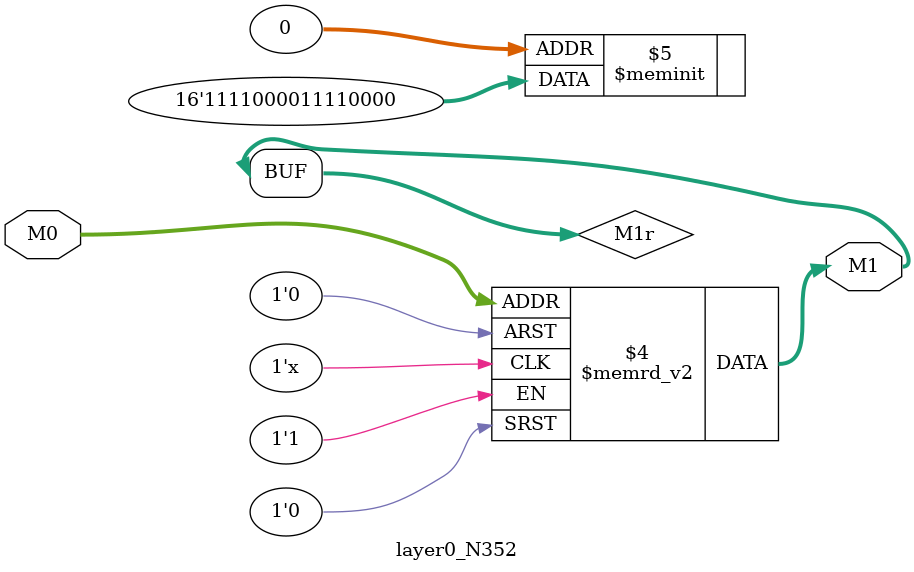
<source format=v>
module layer0_N352 ( input [2:0] M0, output [1:0] M1 );

	(*rom_style = "distributed" *) reg [1:0] M1r;
	assign M1 = M1r;
	always @ (M0) begin
		case (M0)
			3'b000: M1r = 2'b00;
			3'b100: M1r = 2'b00;
			3'b010: M1r = 2'b11;
			3'b110: M1r = 2'b11;
			3'b001: M1r = 2'b00;
			3'b101: M1r = 2'b00;
			3'b011: M1r = 2'b11;
			3'b111: M1r = 2'b11;

		endcase
	end
endmodule

</source>
